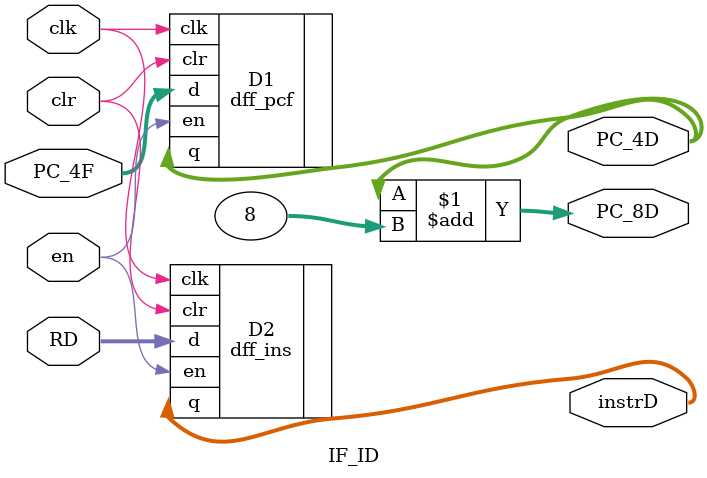
<source format=v>
module IF_ID(input         clk,en,clr,
             input  [31:0] RD,PC_4F,
				 output [31:0] PC_4D,PC_8D,instrD
				 );

	dff_pcf  D1 (.clk(clk), .d(PC_4F), .q(PC_4D), .en(en), .clr(clr));
	dff_ins  D2 (.clk(clk), .d(RD), .q(instrD), .en(en), .clr(clr));
	assign PC_8D=PC_4D+8;
	
endmodule
</source>
